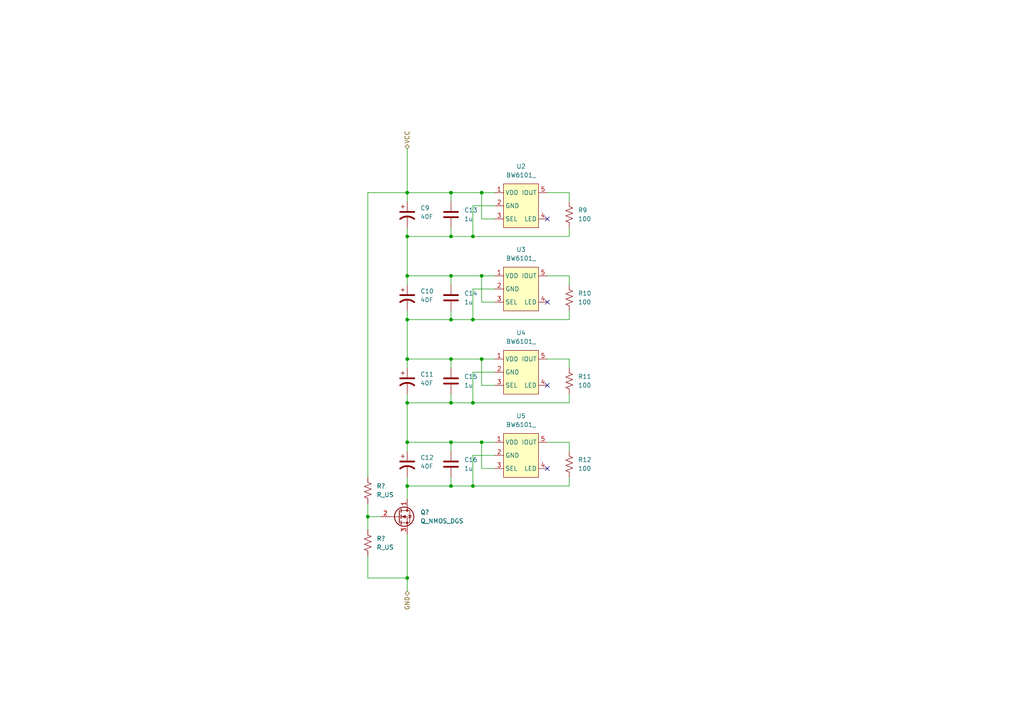
<source format=kicad_sch>
(kicad_sch (version 20211123) (generator eeschema)
  (paper "A4")
  (title_block (title "Super capacitors 4S with soft start"))
  (lib_symbols
    (symbol "1_Resouce:BW6101_"
      (property "Reference" "U" (at 0 8.89 0))
      (property "Value" "BW6101_" (at 0 -8.89 0))
      (symbol "BW6101__0_1"
        (rectangle (start -5.08 6.35) (end 5.08 -6.35) (fill (type background)))
      )
      (symbol "BW6101__1_1"
        (pin input line (at -7.62 3.81 0) (length 2.54) (name "VDD") (number "1"))
        (pin passive line (at -7.62 0 0) (length 2.54) (name "GND") (number "2"))
        (pin input line (at -7.62 -3.81 0) (length 2.54) (name "SEL") (number "3"))
        (pin output line (at 7.62 -3.81 180) (length 2.54) (name "LED") (number "4"))
        (pin output line (at 7.62 3.81 180) (length 2.54) (name "IOUT") (number "5"))
      )
    )
    (symbol "BW6101__1"
      (property "Reference" "U" (at 0 8.89 0))
      (property "Value" "BW6101__1" (at 0 -8.89 0))
      (symbol "BW6101__1_0_1"
        (rectangle (start -5.08 6.35) (end 5.08 -6.35) (fill (type background)))
      )
      (symbol "BW6101__1_1_1"
        (pin input line (at -7.62 3.81 0) (length 2.54) (name "VDD") (number "1"))
        (pin passive line (at -7.62 0 0) (length 2.54) (name "GND") (number "2"))
        (pin input line (at -7.62 -3.81 0) (length 2.54) (name "SEL") (number "3"))
        (pin output line (at 7.62 -3.81 180) (length 2.54) (name "LED") (number "4"))
        (pin output line (at 7.62 3.81 180) (length 2.54) (name "IOUT") (number "5"))
      )
    )
    (symbol "Device:C" (pin_numbers hide) (pin_names (offset 0.254))
      (property "Reference" "C" (at 0.635 2.54 0))
      (property "Value" "C" (at 0.635 -2.54 0))
      (symbol "C_0_1"
        (polyline (pts (xy -2.032 -0.762) (xy 2.032 -0.762)) (stroke (width 0.508)))
        (polyline (pts (xy -2.032 0.762) (xy 2.032 0.762)) (stroke (width 0.508)))
      )
      (symbol "C_1_1"
        (pin passive line (at 0 3.81 270) (length 2.794) (name "~") (number "1"))
        (pin passive line (at 0 -3.81 90) (length 2.794) (name "~") (number "2"))
      )
    )
    (symbol "Device:C_Polarized_US" (pin_numbers hide) (pin_names (offset 0.254) hide)
      (property "Reference" "C" (at 0.635 2.54 0))
      (property "Value" "C_Polarized_US" (at 0.635 -2.54 0))
      (symbol "C_Polarized_US_0_1"
        (polyline (pts (xy -2.032 0.762) (xy 2.032 0.762)) (stroke (width 0.508)))
        (polyline (pts (xy -1.778 2.286) (xy -0.762 2.286)))
        (polyline (pts (xy -1.27 1.778) (xy -1.27 2.794)))
        (arc (start 2.032 -1.27) (mid 0 -0.5572) (end -2.032 -1.27) (stroke (width 0.508)))
      )
      (symbol "C_Polarized_US_1_1"
        (pin passive line (at 0 3.81 270) (length 2.794) (name "~") (number "1"))
        (pin passive line (at 0 -3.81 90) (length 3.302) (name "~") (number "2"))
      )
    )
    (symbol "Device:Q_NMOS_DGS" (pin_names (offset 0) hide)
      (property "Reference" "Q" (at 5.08 1.27 0))
      (property "Value" "Q_NMOS_DGS" (at 5.08 -1.27 0))
      (symbol "Q_NMOS_DGS_0_1"
        (polyline (pts (xy 0.254 0) (xy -2.54 0)))
        (polyline (pts (xy 0.254 1.905) (xy 0.254 -1.905)) (stroke (width 0.254)))
        (polyline (pts (xy 0.762 -1.27) (xy 0.762 -2.286)) (stroke (width 0.254)))
        (polyline (pts (xy 0.762 0.508) (xy 0.762 -0.508)) (stroke (width 0.254)))
        (polyline (pts (xy 0.762 2.286) (xy 0.762 1.27)) (stroke (width 0.254)))
        (polyline (pts (xy 2.54 2.54) (xy 2.54 1.778)))
        (polyline (pts (xy 2.54 -2.54) (xy 2.54 0) (xy 0.762 0)))
        (polyline (pts (xy 0.762 -1.778) (xy 3.302 -1.778) (xy 3.302 1.778) (xy 0.762 1.778)))
        (polyline (pts (xy 1.016 0) (xy 2.032 0.381) (xy 2.032 -0.381) (xy 1.016 0)) (fill (type outline)))
        (polyline (pts (xy 2.794 0.508) (xy 2.921 0.381) (xy 3.683 0.381) (xy 3.81 0.254)))
        (polyline (pts (xy 3.302 0.381) (xy 2.921 -0.254) (xy 3.683 -0.254) (xy 3.302 0.381)))
        (circle (center 1.651 0) (radius 2.794) (stroke (width 0.254)))
        (circle (center 2.54 -1.778) (radius 0.254) (fill (type outline)))
        (circle (center 2.54 1.778) (radius 0.254) (fill (type outline)))
      )
      (symbol "Q_NMOS_DGS_1_1"
        (pin passive line (at 2.54 5.08 270) (length 2.54) (name "D") (number "1"))
        (pin input line (at -5.08 0 0) (length 2.54) (name "G") (number "2"))
        (pin passive line (at 2.54 -5.08 90) (length 2.54) (name "S") (number "3"))
      )
    )
    (symbol "Device:R_US" (pin_numbers hide) (pin_names (offset 0))
      (property "Reference" "R" (at 2.54 0 90))
      (property "Value" "R_US" (at -2.54 0 90))
      (symbol "R_US_0_1"
        (polyline (pts (xy 0 -2.286) (xy 0 -2.54)))
        (polyline (pts (xy 0 2.286) (xy 0 2.54)))
        (polyline (pts (xy 0 -0.762) (xy 1.016 -1.143) (xy 0 -1.524) (xy -1.016 -1.905) (xy 0 -2.286)))
        (polyline (pts (xy 0 0.762) (xy 1.016 0.381) (xy 0 0) (xy -1.016 -0.381) (xy 0 -0.762)))
        (polyline (pts (xy 0 2.286) (xy 1.016 1.905) (xy 0 1.524) (xy -1.016 1.143) (xy 0 0.762)))
      )
      (symbol "R_US_1_1"
        (pin passive line (at 0 3.81 270) (length 1.27) (name "~") (number "1"))
        (pin passive line (at 0 -3.81 90) (length 1.27) (name "~") (number "2"))
      )
    )
  )
  (junction (at 118.11 55.88))
  (junction (at 137.16 116.84))
  (junction (at 118.11 68.58))
  (junction (at 130.81 128.27))
  (junction (at 106.68 149.86))
  (junction (at 130.81 104.14))
  (junction (at 137.16 140.97))
  (junction (at 118.11 128.27))
  (junction (at 130.81 80.01))
  (junction (at 130.81 55.88))
  (junction (at 139.7 104.14))
  (junction (at 118.11 167.64))
  (junction (at 118.11 80.01))
  (junction (at 118.11 140.97))
  (junction (at 139.7 128.27))
  (junction (at 137.16 68.58))
  (junction (at 118.11 92.71))
  (junction (at 139.7 80.01))
  (junction (at 139.7 55.88))
  (junction (at 137.16 92.71))
  (junction (at 130.81 92.71))
  (junction (at 118.11 116.84))
  (junction (at 130.81 68.58))
  (junction (at 118.11 104.14))
  (junction (at 130.81 140.97))
  (junction (at 130.81 116.84))
  (no_connect (at 158.75 63.5))
  (no_connect (at 158.75 111.76))
  (no_connect (at 158.75 87.63))
  (no_connect (at 158.75 135.89))
  (wire (pts (xy 106.68 55.88) (xy 118.11 55.88)))
  (wire (pts (xy 165.1 66.04) (xy 165.1 68.58)))
  (wire (pts (xy 118.11 116.84) (xy 118.11 114.3)))
  (wire (pts (xy 130.81 55.88) (xy 139.7 55.88)))
  (wire (pts (xy 106.68 146.05) (xy 106.68 149.86)))
  (wire (pts (xy 130.81 90.17) (xy 130.81 92.71)))
  (wire (pts (xy 118.11 154.94) (xy 118.11 167.64)))
  (wire (pts (xy 137.16 140.97) (xy 130.81 140.97)))
  (wire (pts (xy 106.68 149.86) (xy 106.68 153.67)))
  (wire (pts (xy 106.68 161.29) (xy 106.68 167.64)))
  (wire (pts (xy 158.75 104.14) (xy 165.1 104.14)))
  (wire (pts (xy 118.11 92.71) (xy 118.11 90.17)))
  (wire (pts (xy 130.81 138.43) (xy 130.81 140.97)))
  (wire (pts (xy 139.7 55.88) (xy 143.51 55.88)))
  (wire (pts (xy 118.11 104.14) (xy 118.11 106.68)))
  (wire (pts (xy 158.75 128.27) (xy 165.1 128.27)))
  (wire (pts (xy 139.7 128.27) (xy 143.51 128.27)))
  (wire (pts (xy 158.75 80.01) (xy 165.1 80.01)))
  (wire (pts (xy 118.11 167.64) (xy 118.11 171.45)))
  (wire (pts (xy 106.68 138.43) (xy 106.68 55.88)))
  (wire (pts (xy 165.1 104.14) (xy 165.1 106.68)))
  (wire (pts (xy 106.68 149.86) (xy 110.49 149.86)))
  (wire (pts (xy 106.68 167.64) (xy 118.11 167.64)))
  (wire (pts (xy 118.11 128.27) (xy 130.81 128.27)))
  (wire (pts (xy 165.1 55.88) (xy 165.1 58.42)))
  (wire (pts (xy 143.51 83.82) (xy 137.16 83.82)))
  (wire (pts (xy 118.11 68.58) (xy 118.11 80.01)))
  (wire (pts (xy 143.51 59.69) (xy 137.16 59.69)))
  (wire (pts (xy 130.81 130.81) (xy 130.81 128.27)))
  (wire (pts (xy 143.51 135.89) (xy 139.7 135.89)))
  (wire (pts (xy 139.7 80.01) (xy 143.51 80.01)))
  (wire (pts (xy 137.16 68.58) (xy 130.81 68.58)))
  (wire (pts (xy 165.1 140.97) (xy 137.16 140.97)))
  (wire (pts (xy 118.11 116.84) (xy 118.11 128.27)))
  (wire (pts (xy 118.11 128.27) (xy 118.11 130.81)))
  (wire (pts (xy 143.51 111.76) (xy 139.7 111.76)))
  (wire (pts (xy 165.1 80.01) (xy 165.1 82.55)))
  (wire (pts (xy 165.1 114.3) (xy 165.1 116.84)))
  (wire (pts (xy 118.11 43.18) (xy 118.11 55.88)))
  (wire (pts (xy 165.1 138.43) (xy 165.1 140.97)))
  (wire (pts (xy 139.7 104.14) (xy 143.51 104.14)))
  (wire (pts (xy 137.16 116.84) (xy 130.81 116.84)))
  (wire (pts (xy 130.81 58.42) (xy 130.81 55.88)))
  (wire (pts (xy 118.11 55.88) (xy 118.11 58.42)))
  (wire (pts (xy 165.1 116.84) (xy 137.16 116.84)))
  (wire (pts (xy 130.81 66.04) (xy 130.81 68.58)))
  (wire (pts (xy 158.75 55.88) (xy 165.1 55.88)))
  (wire (pts (xy 118.11 92.71) (xy 118.11 104.14)))
  (wire (pts (xy 130.81 140.97) (xy 118.11 140.97)))
  (wire (pts (xy 143.51 132.08) (xy 137.16 132.08)))
  (wire (pts (xy 118.11 104.14) (xy 130.81 104.14)))
  (wire (pts (xy 118.11 80.01) (xy 130.81 80.01)))
  (wire (pts (xy 130.81 68.58) (xy 118.11 68.58)))
  (wire (pts (xy 130.81 92.71) (xy 118.11 92.71)))
  (wire (pts (xy 139.7 63.5) (xy 139.7 55.88)))
  (wire (pts (xy 130.81 114.3) (xy 130.81 116.84)))
  (wire (pts (xy 139.7 135.89) (xy 139.7 128.27)))
  (wire (pts (xy 139.7 111.76) (xy 139.7 104.14)))
  (wire (pts (xy 130.81 116.84) (xy 118.11 116.84)))
  (wire (pts (xy 118.11 55.88) (xy 130.81 55.88)))
  (wire (pts (xy 165.1 90.17) (xy 165.1 92.71)))
  (wire (pts (xy 137.16 132.08) (xy 137.16 140.97)))
  (wire (pts (xy 130.81 104.14) (xy 139.7 104.14)))
  (wire (pts (xy 118.11 80.01) (xy 118.11 82.55)))
  (wire (pts (xy 143.51 63.5) (xy 139.7 63.5)))
  (wire (pts (xy 165.1 128.27) (xy 165.1 130.81)))
  (wire (pts (xy 137.16 107.95) (xy 137.16 116.84)))
  (wire (pts (xy 165.1 92.71) (xy 137.16 92.71)))
  (wire (pts (xy 130.81 128.27) (xy 139.7 128.27)))
  (wire (pts (xy 137.16 92.71) (xy 130.81 92.71)))
  (wire (pts (xy 143.51 107.95) (xy 137.16 107.95)))
  (wire (pts (xy 118.11 140.97) (xy 118.11 138.43)))
  (wire (pts (xy 165.1 68.58) (xy 137.16 68.58)))
  (wire (pts (xy 130.81 80.01) (xy 139.7 80.01)))
  (wire (pts (xy 118.11 68.58) (xy 118.11 66.04)))
  (wire (pts (xy 130.81 106.68) (xy 130.81 104.14)))
  (wire (pts (xy 137.16 83.82) (xy 137.16 92.71)))
  (wire (pts (xy 139.7 87.63) (xy 139.7 80.01)))
  (wire (pts (xy 118.11 140.97) (xy 118.11 144.78)))
  (wire (pts (xy 130.81 82.55) (xy 130.81 80.01)))
  (wire (pts (xy 137.16 59.69) (xy 137.16 68.58)))
  (wire (pts (xy 143.51 87.63) (xy 139.7 87.63)))
  (hierarchical_label "VCC" (shape bidirectional) (at 118.11 43.18 90))
  (hierarchical_label "GND" (shape bidirectional) (at 118.11 171.45 270))
  (symbol (lib_id "Device:C_Polarized_US") (at 118.11 110.49 0) (unit 1)
    (property "Reference" "C11" (at 121.92 108.5849 0) (effects (justify left)))
    (property "Value" "40F" (at 121.92 111.1249 0) (effects (justify left)))
    (property "Footprint" "1Resouce:Super Capacitor" (effects hide))
  )
  (symbol (lib_id "Device:R_US") (at 165.1 134.62 0) (unit 1)
    (property "Reference" "R12" (at 167.64 133.3499 0) (effects (justify left)))
    (property "Value" "100" (at 167.64 135.8899 0) (effects (justify left)))
    (property "Footprint" "Resistor_SMD:R_0805_2012Metric" (effects hide))
  )
  (symbol (lib_id "Device:R_US") (at 165.1 86.36 0) (unit 1)
    (property "Reference" "R10" (at 167.64 85.0899 0) (effects (justify left)))
    (property "Value" "100" (at 167.64 87.6299 0) (effects (justify left)))
    (property "Footprint" "Resistor_SMD:R_0805_2012Metric" (effects hide))
  )
  (symbol (lib_id "Device:R_US") (at 106.68 157.48 0) (unit 1)
    (property "Reference" "R?" (at 109.22 156.2099 0) (effects (justify left)))
    (property "Value" "R_US" (at 109.22 158.7499 0) (effects (justify left)))
  )
  (symbol (lib_id "1_Resouce:BW6101_") (at 151.13 59.69 0) (unit 1)
    (property "Reference" "U2" (at 151.13 48.26 0))
    (property "Value" "BW6101_" (at 151.13 50.8 0))
    (property "Footprint" "Package_TO_SOT_SMD:SOT-23-5" (effects hide))
    (property "Datasheet" "http://file2.dzsc.com/product/17/02/16/949764_101403919.pdf" (effects hide))
  )
  (symbol (lib_id "Device:C_Polarized_US") (at 118.11 134.62 0) (unit 1)
    (property "Reference" "C12" (at 121.92 132.7149 0) (effects (justify left)))
    (property "Value" "40F" (at 121.92 135.2549 0) (effects (justify left)))
    (property "Footprint" "1Resouce:Super Capacitor" (effects hide))
  )
  (symbol (lib_id "1_Resouce:BW6101_") (at 151.13 83.82 0) (unit 1)
    (property "Reference" "U3" (at 151.13 72.39 0))
    (property "Value" "BW6101_" (at 151.13 74.93 0))
    (property "Footprint" "Package_TO_SOT_SMD:SOT-23-5" (effects hide))
    (property "Datasheet" "http://file2.dzsc.com/product/17/02/16/949764_101403919.pdf" (effects hide))
  )
  (symbol (lib_id "Device:Q_NMOS_DGS") (at 115.57 149.86 0) (unit 1)
    (property "Reference" "Q?" (at 121.92 148.5899 0) (effects (justify left)))
    (property "Value" "Q_NMOS_DGS" (at 121.92 151.1299 0) (effects (justify left)))
  )
  (symbol (lib_id "Device:C") (at 130.81 110.49 0) (unit 1)
    (property "Reference" "C15" (at 134.62 109.2199 0) (effects (justify left)))
    (property "Value" "1u" (at 134.62 111.7599 0) (effects (justify left)))
    (property "Footprint" "Capacitor_SMD:C_0805_2012Metric" (effects hide))
  )
  (symbol (lib_id "Device:C") (at 130.81 62.23 0) (unit 1)
    (property "Reference" "C13" (at 134.62 60.9599 0) (effects (justify left)))
    (property "Value" "1u" (at 134.62 63.4999 0) (effects (justify left)))
    (property "Footprint" "Capacitor_SMD:C_0805_2012Metric" (effects hide))
  )
  (symbol (lib_id "Device:R_US") (at 106.68 142.24 0) (unit 1)
    (property "Reference" "R?" (at 109.22 140.9699 0) (effects (justify left)))
    (property "Value" "R_US" (at 109.22 143.5099 0) (effects (justify left)))
  )
  (symbol (lib_id "1_Resouce:BW6101_") (at 151.13 132.08 0) (unit 1)
    (property "Reference" "U5" (at 151.13 120.65 0))
    (property "Value" "BW6101_" (at 151.13 123.19 0))
    (property "Footprint" "Package_TO_SOT_SMD:SOT-23-5" (effects hide))
    (property "Datasheet" "http://file2.dzsc.com/product/17/02/16/949764_101403919.pdf" (effects hide))
  )
  (symbol (lib_id "Device:C_Polarized_US") (at 118.11 86.36 0) (unit 1)
    (property "Reference" "C10" (at 121.92 84.4549 0) (effects (justify left)))
    (property "Value" "40F" (at 121.92 86.9949 0) (effects (justify left)))
    (property "Footprint" "1Resouce:Super Capacitor" (effects hide))
  )
  (symbol (lib_id "Device:R_US") (at 165.1 62.23 0) (unit 1)
    (property "Reference" "R9" (at 167.64 60.9599 0) (effects (justify left)))
    (property "Value" "100" (at 167.64 63.4999 0) (effects (justify left)))
    (property "Footprint" "Resistor_SMD:R_0805_2012Metric" (effects hide))
  )
  (symbol (lib_id "Device:R_US") (at 165.1 110.49 0) (unit 1)
    (property "Reference" "R11" (at 167.64 109.2199 0) (effects (justify left)))
    (property "Value" "100" (at 167.64 111.7599 0) (effects (justify left)))
    (property "Footprint" "Resistor_SMD:R_0805_2012Metric" (effects hide))
  )
  (symbol (lib_id "Device:C") (at 130.81 134.62 0) (unit 1)
    (property "Reference" "C16" (at 134.62 133.3499 0) (effects (justify left)))
    (property "Value" "1u" (at 134.62 135.8899 0) (effects (justify left)))
    (property "Footprint" "Capacitor_SMD:C_0805_2012Metric" (effects hide))
  )
  (symbol (lib_name "BW6101__1") (lib_id "1_Resouce:BW6101_") (at 151.13 107.95 0) (unit 1)
    (property "Reference" "U4" (at 151.13 96.52 0))
    (property "Value" "BW6101_" (at 151.13 99.06 0))
    (property "Footprint" "Package_TO_SOT_SMD:SOT-23-5" (effects hide))
    (property "Datasheet" "http://file2.dzsc.com/product/17/02/16/949764_101403919.pdf" (effects hide))
  )
  (symbol (lib_id "Device:C_Polarized_US") (at 118.11 62.23 0) (unit 1)
    (property "Reference" "C9" (at 121.92 60.3249 0) (effects (justify left)))
    (property "Value" "40F" (at 121.92 62.8649 0) (effects (justify left)))
    (property "Footprint" "1Resouce:Super Capacitor" (effects hide))
  )
  (symbol (lib_id "Device:C") (at 130.81 86.36 0) (unit 1)
    (property "Reference" "C14" (at 134.62 85.0899 0) (effects (justify left)))
    (property "Value" "1u" (at 134.62 87.6299 0) (effects (justify left)))
    (property "Footprint" "Capacitor_SMD:C_0805_2012Metric" (effects hide))
  )
)
</source>
